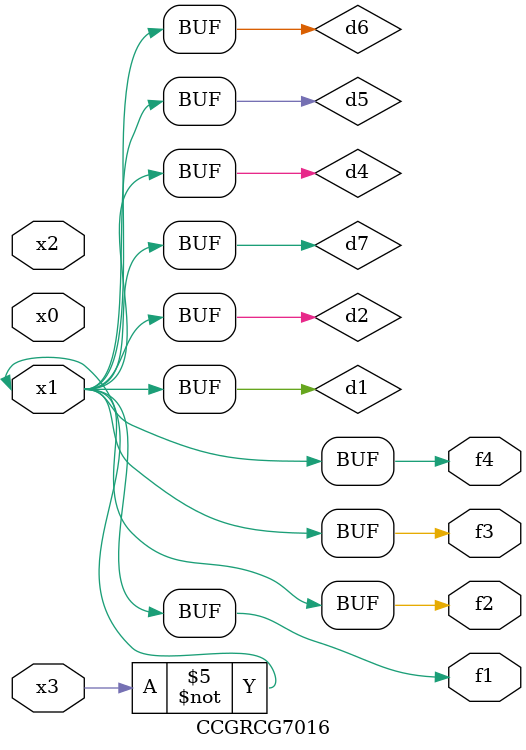
<source format=v>
module CCGRCG7016(
	input x0, x1, x2, x3,
	output f1, f2, f3, f4
);

	wire d1, d2, d3, d4, d5, d6, d7;

	not (d1, x3);
	buf (d2, x1);
	xnor (d3, d1, d2);
	nor (d4, d1);
	buf (d5, d1, d2);
	buf (d6, d4, d5);
	nand (d7, d4);
	assign f1 = d6;
	assign f2 = d7;
	assign f3 = d6;
	assign f4 = d6;
endmodule

</source>
